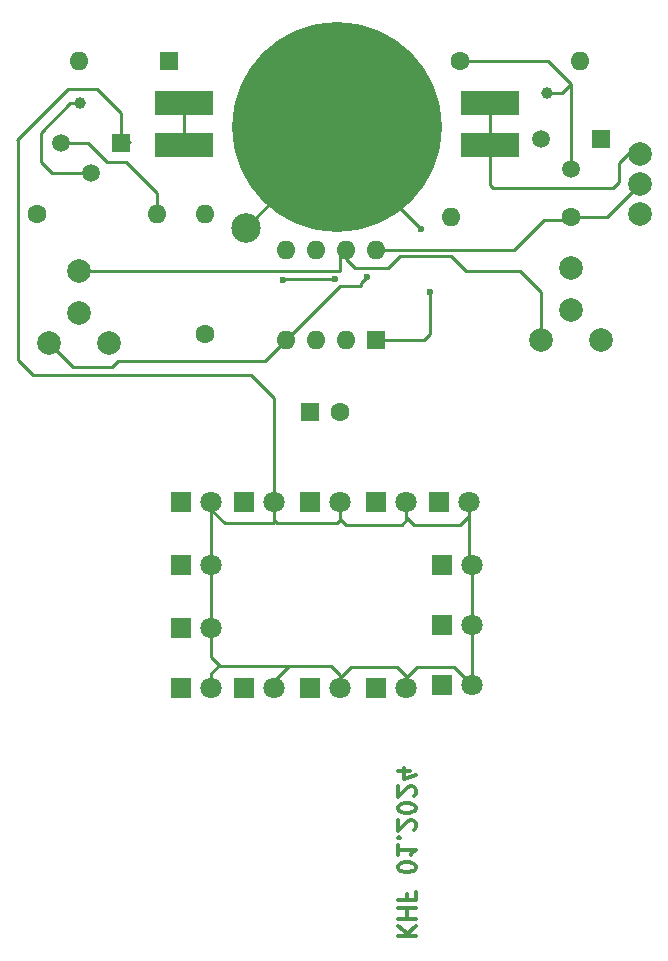
<source format=gbr>
%TF.GenerationSoftware,KiCad,Pcbnew,8.0.1*%
%TF.CreationDate,2024-04-02T10:45:20+02:00*%
%TF.ProjectId,Robo_II,526f626f-5f49-4492-9e6b-696361645f70,rev?*%
%TF.SameCoordinates,Original*%
%TF.FileFunction,Copper,L2,Bot*%
%TF.FilePolarity,Positive*%
%FSLAX46Y46*%
G04 Gerber Fmt 4.6, Leading zero omitted, Abs format (unit mm)*
G04 Created by KiCad (PCBNEW 8.0.1) date 2024-04-02 10:45:20*
%MOMM*%
%LPD*%
G01*
G04 APERTURE LIST*
%ADD10C,0.300000*%
%TA.AperFunction,NonConductor*%
%ADD11C,0.300000*%
%TD*%
%TA.AperFunction,ComponentPad*%
%ADD12R,1.800000X1.800000*%
%TD*%
%TA.AperFunction,ComponentPad*%
%ADD13C,1.800000*%
%TD*%
%TA.AperFunction,ComponentPad*%
%ADD14R,1.500000X1.500000*%
%TD*%
%TA.AperFunction,ComponentPad*%
%ADD15C,1.500000*%
%TD*%
%TA.AperFunction,ComponentPad*%
%ADD16R,1.600000X1.600000*%
%TD*%
%TA.AperFunction,ComponentPad*%
%ADD17C,1.600000*%
%TD*%
%TA.AperFunction,ComponentPad*%
%ADD18O,1.600000X1.600000*%
%TD*%
%TA.AperFunction,ComponentPad*%
%ADD19C,2.000000*%
%TD*%
%TA.AperFunction,SMDPad,CuDef*%
%ADD20R,5.000000X2.000000*%
%TD*%
%TA.AperFunction,SMDPad,CuDef*%
%ADD21C,17.780000*%
%TD*%
%TA.AperFunction,SMDPad,CuDef*%
%ADD22C,2.500000*%
%TD*%
%TA.AperFunction,SMDPad,CuDef*%
%ADD23C,1.000000*%
%TD*%
%TA.AperFunction,ViaPad*%
%ADD24C,0.600000*%
%TD*%
%TA.AperFunction,Conductor*%
%ADD25C,0.250000*%
%TD*%
G04 APERTURE END LIST*
D10*
D11*
X78039171Y-126395489D02*
X79539171Y-126395489D01*
X78039171Y-125538346D02*
X78896314Y-126181203D01*
X79539171Y-125538346D02*
X78682028Y-126395489D01*
X78039171Y-124895489D02*
X79539171Y-124895489D01*
X78824885Y-124895489D02*
X78824885Y-124038346D01*
X78039171Y-124038346D02*
X79539171Y-124038346D01*
X78824885Y-122824060D02*
X78824885Y-123324060D01*
X78039171Y-123324060D02*
X79539171Y-123324060D01*
X79539171Y-123324060D02*
X79539171Y-122609774D01*
X79539171Y-120609774D02*
X79539171Y-120466917D01*
X79539171Y-120466917D02*
X79467742Y-120324060D01*
X79467742Y-120324060D02*
X79396314Y-120252632D01*
X79396314Y-120252632D02*
X79253457Y-120181203D01*
X79253457Y-120181203D02*
X78967742Y-120109774D01*
X78967742Y-120109774D02*
X78610600Y-120109774D01*
X78610600Y-120109774D02*
X78324885Y-120181203D01*
X78324885Y-120181203D02*
X78182028Y-120252632D01*
X78182028Y-120252632D02*
X78110600Y-120324060D01*
X78110600Y-120324060D02*
X78039171Y-120466917D01*
X78039171Y-120466917D02*
X78039171Y-120609774D01*
X78039171Y-120609774D02*
X78110600Y-120752632D01*
X78110600Y-120752632D02*
X78182028Y-120824060D01*
X78182028Y-120824060D02*
X78324885Y-120895489D01*
X78324885Y-120895489D02*
X78610600Y-120966917D01*
X78610600Y-120966917D02*
X78967742Y-120966917D01*
X78967742Y-120966917D02*
X79253457Y-120895489D01*
X79253457Y-120895489D02*
X79396314Y-120824060D01*
X79396314Y-120824060D02*
X79467742Y-120752632D01*
X79467742Y-120752632D02*
X79539171Y-120609774D01*
X78039171Y-118681203D02*
X78039171Y-119538346D01*
X78039171Y-119109775D02*
X79539171Y-119109775D01*
X79539171Y-119109775D02*
X79324885Y-119252632D01*
X79324885Y-119252632D02*
X79182028Y-119395489D01*
X79182028Y-119395489D02*
X79110600Y-119538346D01*
X78182028Y-118038347D02*
X78110600Y-117966918D01*
X78110600Y-117966918D02*
X78039171Y-118038347D01*
X78039171Y-118038347D02*
X78110600Y-118109775D01*
X78110600Y-118109775D02*
X78182028Y-118038347D01*
X78182028Y-118038347D02*
X78039171Y-118038347D01*
X79396314Y-117395489D02*
X79467742Y-117324061D01*
X79467742Y-117324061D02*
X79539171Y-117181204D01*
X79539171Y-117181204D02*
X79539171Y-116824061D01*
X79539171Y-116824061D02*
X79467742Y-116681204D01*
X79467742Y-116681204D02*
X79396314Y-116609775D01*
X79396314Y-116609775D02*
X79253457Y-116538346D01*
X79253457Y-116538346D02*
X79110600Y-116538346D01*
X79110600Y-116538346D02*
X78896314Y-116609775D01*
X78896314Y-116609775D02*
X78039171Y-117466918D01*
X78039171Y-117466918D02*
X78039171Y-116538346D01*
X79539171Y-115609775D02*
X79539171Y-115466918D01*
X79539171Y-115466918D02*
X79467742Y-115324061D01*
X79467742Y-115324061D02*
X79396314Y-115252633D01*
X79396314Y-115252633D02*
X79253457Y-115181204D01*
X79253457Y-115181204D02*
X78967742Y-115109775D01*
X78967742Y-115109775D02*
X78610600Y-115109775D01*
X78610600Y-115109775D02*
X78324885Y-115181204D01*
X78324885Y-115181204D02*
X78182028Y-115252633D01*
X78182028Y-115252633D02*
X78110600Y-115324061D01*
X78110600Y-115324061D02*
X78039171Y-115466918D01*
X78039171Y-115466918D02*
X78039171Y-115609775D01*
X78039171Y-115609775D02*
X78110600Y-115752633D01*
X78110600Y-115752633D02*
X78182028Y-115824061D01*
X78182028Y-115824061D02*
X78324885Y-115895490D01*
X78324885Y-115895490D02*
X78610600Y-115966918D01*
X78610600Y-115966918D02*
X78967742Y-115966918D01*
X78967742Y-115966918D02*
X79253457Y-115895490D01*
X79253457Y-115895490D02*
X79396314Y-115824061D01*
X79396314Y-115824061D02*
X79467742Y-115752633D01*
X79467742Y-115752633D02*
X79539171Y-115609775D01*
X79396314Y-114538347D02*
X79467742Y-114466919D01*
X79467742Y-114466919D02*
X79539171Y-114324062D01*
X79539171Y-114324062D02*
X79539171Y-113966919D01*
X79539171Y-113966919D02*
X79467742Y-113824062D01*
X79467742Y-113824062D02*
X79396314Y-113752633D01*
X79396314Y-113752633D02*
X79253457Y-113681204D01*
X79253457Y-113681204D02*
X79110600Y-113681204D01*
X79110600Y-113681204D02*
X78896314Y-113752633D01*
X78896314Y-113752633D02*
X78039171Y-114609776D01*
X78039171Y-114609776D02*
X78039171Y-113681204D01*
X79039171Y-112395491D02*
X78039171Y-112395491D01*
X79610600Y-112752633D02*
X78539171Y-113109776D01*
X78539171Y-113109776D02*
X78539171Y-112181205D01*
D12*
%TO.P,D1,1,K*%
%TO.N,Net-(D1-K)*%
X59690000Y-89662000D03*
D13*
%TO.P,D1,2,A*%
%TO.N,Net-(D1-A)*%
X62230000Y-89662000D03*
%TD*%
D12*
%TO.P,D2,1,K*%
%TO.N,Net-(D1-K)*%
X65024000Y-89662000D03*
D13*
%TO.P,D2,2,A*%
%TO.N,Net-(D1-A)*%
X67564000Y-89662000D03*
%TD*%
D12*
%TO.P,D4,1,K*%
%TO.N,Net-(D1-K)*%
X70612000Y-89662000D03*
D13*
%TO.P,D4,2,A*%
%TO.N,Net-(D1-A)*%
X73152000Y-89662000D03*
%TD*%
D12*
%TO.P,D5,1,K*%
%TO.N,Net-(D1-K)*%
X76200000Y-89662000D03*
D13*
%TO.P,D5,2,A*%
%TO.N,Net-(D1-A)*%
X78740000Y-89662000D03*
%TD*%
D12*
%TO.P,D6,1,K*%
%TO.N,Net-(D1-K)*%
X81534000Y-89662000D03*
D13*
%TO.P,D6,2,A*%
%TO.N,Net-(D1-A)*%
X84074000Y-89662000D03*
%TD*%
D12*
%TO.P,D7,1,K*%
%TO.N,Net-(D1-K)*%
X81788000Y-94996000D03*
D13*
%TO.P,D7,2,A*%
%TO.N,Net-(D1-A)*%
X84328000Y-94996000D03*
%TD*%
D12*
%TO.P,D8,1,K*%
%TO.N,Net-(D1-K)*%
X81788000Y-100076000D03*
D13*
%TO.P,D8,2,A*%
%TO.N,Net-(D1-A)*%
X84328000Y-100076000D03*
%TD*%
D12*
%TO.P,D9,1,K*%
%TO.N,Net-(D1-K)*%
X81788000Y-105156000D03*
D13*
%TO.P,D9,2,A*%
%TO.N,Net-(D1-A)*%
X84328000Y-105156000D03*
%TD*%
D12*
%TO.P,D10,1,K*%
%TO.N,Net-(D1-K)*%
X76200000Y-105410000D03*
D13*
%TO.P,D10,2,A*%
%TO.N,Net-(D1-A)*%
X78740000Y-105410000D03*
%TD*%
D12*
%TO.P,D11,1,K*%
%TO.N,Net-(D1-K)*%
X70612000Y-105410000D03*
D13*
%TO.P,D11,2,A*%
%TO.N,Net-(D1-A)*%
X73152000Y-105410000D03*
%TD*%
D12*
%TO.P,D12,1,K*%
%TO.N,Net-(D1-K)*%
X65024000Y-105410000D03*
D13*
%TO.P,D12,2,A*%
%TO.N,Net-(D1-A)*%
X67564000Y-105410000D03*
%TD*%
D12*
%TO.P,D13,1,K*%
%TO.N,Net-(D1-K)*%
X59690000Y-105410000D03*
D13*
%TO.P,D13,2,A*%
%TO.N,Net-(D1-A)*%
X62230000Y-105410000D03*
%TD*%
D12*
%TO.P,D14,1,K*%
%TO.N,Net-(D1-K)*%
X59690000Y-100330000D03*
D13*
%TO.P,D14,2,A*%
%TO.N,Net-(D1-A)*%
X62230000Y-100330000D03*
%TD*%
D12*
%TO.P,D15,1,K*%
%TO.N,Net-(D1-K)*%
X59690000Y-94996000D03*
D13*
%TO.P,D15,2,A*%
%TO.N,Net-(D1-A)*%
X62230000Y-94996000D03*
%TD*%
D14*
%TO.P,T1,1,E*%
%TO.N,Net-(D1-K)*%
X95210000Y-58890000D03*
D15*
%TO.P,T1,2,B*%
%TO.N,Net-(T1-B)*%
X92670000Y-61430000D03*
%TO.P,T1,3,C*%
%TO.N,Net-(T1-C)*%
X90130000Y-58890000D03*
%TD*%
D14*
%TO.P,T2,1,E*%
%TO.N,Net-(D1-A)*%
X54610000Y-59250000D03*
D15*
%TO.P,T2,2,B*%
%TO.N,Net-(T1-C)*%
X52070000Y-61790000D03*
%TO.P,T2,3,C*%
%TO.N,Net-(T2-C)*%
X49530000Y-59250000D03*
%TD*%
D16*
%TO.P,C1,1*%
%TO.N,Net-(D3-K)*%
X70612000Y-82042000D03*
D17*
%TO.P,C1,2*%
%TO.N,Net-(D1-K)*%
X73112000Y-82042000D03*
%TD*%
D16*
%TO.P,D3,1,K*%
%TO.N,Net-(D3-K)*%
X58674000Y-52324000D03*
D18*
%TO.P,D3,2,A*%
%TO.N,Net-(D3-A)*%
X51054000Y-52324000D03*
%TD*%
D19*
%TO.P,P1,1,1*%
%TO.N,Net-(S1-E)*%
X48514000Y-76200000D03*
%TO.P,P1,2,2*%
%TO.N,unconnected-(P1-Pad2)*%
X53594000Y-76200000D03*
%TO.P,P1,3,3*%
%TO.N,Net-(D3-A)*%
X51054000Y-70104000D03*
X51054000Y-73660000D03*
%TD*%
%TO.P,P2,1,1*%
%TO.N,Net-(D3-A)*%
X90170000Y-75946000D03*
%TO.P,P2,2,2*%
%TO.N,unconnected-(P2-Pad2)*%
X95250000Y-75946000D03*
%TO.P,P2,3,3*%
%TO.N,Net-(D3-K)*%
X92710000Y-69850000D03*
X92710000Y-73406000D03*
%TD*%
D17*
%TO.P,R3,1*%
%TO.N,Net-(D3-K)*%
X61722000Y-75438000D03*
D18*
%TO.P,R3,2*%
%TO.N,Net-(T1-B)*%
X61722000Y-65278000D03*
%TD*%
D17*
%TO.P,R4,1*%
%TO.N,Net-(T1-B)*%
X83312000Y-52324000D03*
D18*
%TO.P,R4,2*%
%TO.N,Net-(D1-K)*%
X93472000Y-52324000D03*
%TD*%
D17*
%TO.P,R5,1*%
%TO.N,Net-(S1-E)*%
X92710000Y-65532000D03*
D18*
%TO.P,R5,2*%
%TO.N,Net-(T1-C)*%
X82550000Y-65532000D03*
%TD*%
D17*
%TO.P,R6,1*%
%TO.N,Net-(S1-E)*%
X47498000Y-65278000D03*
D18*
%TO.P,R6,2*%
%TO.N,Net-(T2-C)*%
X57658000Y-65278000D03*
%TD*%
D19*
%TO.P,S1,1,A*%
%TO.N,Net-(S1-A-Pad1)*%
X98552000Y-60198000D03*
%TO.P,S1,2,E*%
%TO.N,Net-(S1-E)*%
X98552000Y-62738000D03*
%TO.P,S1,3,A*%
%TO.N,unconnected-(S1-A-Pad3)*%
X98552000Y-65278000D03*
%TD*%
D16*
%TO.P,U1,1,GND*%
%TO.N,Net-(D1-K)*%
X76200000Y-75946000D03*
D18*
%TO.P,U1,2,TR*%
%TO.N,Net-(D3-K)*%
X73660000Y-75946000D03*
%TO.P,U1,3,Q*%
%TO.N,unconnected-(U1-Q-Pad3)*%
X71120000Y-75946000D03*
%TO.P,U1,4,R*%
%TO.N,Net-(S1-E)*%
X68580000Y-75946000D03*
%TO.P,U1,5,CV*%
%TO.N,unconnected-(U1-CV-Pad5)*%
X68580000Y-68326000D03*
%TO.P,U1,6,THR*%
%TO.N,Net-(D3-K)*%
X71120000Y-68326000D03*
%TO.P,U1,7,DIS*%
%TO.N,Net-(D3-A)*%
X73660000Y-68326000D03*
%TO.P,U1,8,VCC*%
%TO.N,Net-(S1-E)*%
X76200000Y-68326000D03*
%TD*%
D20*
%TO.P,U2,1*%
%TO.N,Net-(S1-A-Pad1)*%
X59944000Y-55880000D03*
X59944000Y-59436000D03*
X85838000Y-55880000D03*
X85838000Y-59436000D03*
D21*
%TO.P,U2,2*%
%TO.N,Net-(D1-K)*%
X72898000Y-57912000D03*
%TD*%
D22*
%TO.P,LP_rund,1*%
%TO.N,Net-(D1-K)*%
X65151000Y-66421000D03*
%TD*%
D23*
%TO.P,LP_rund,1*%
%TO.N,Net-(T1-C)*%
X51104800Y-55880000D03*
%TD*%
%TO.P,LP_rund,1*%
%TO.N,Net-(T1-B)*%
X90680000Y-54970000D03*
%TD*%
D24*
%TO.N,Net-(D1-K)*%
X80772000Y-71882000D03*
X80010000Y-66548000D03*
%TO.N,Net-(S1-E)*%
X75438000Y-70612000D03*
%TO.N,Net-(T1-C)*%
X72689999Y-70729000D03*
X68326000Y-70866000D03*
%TD*%
D25*
%TO.N,Net-(D1-K)*%
X65151000Y-66421000D02*
X72898000Y-58674000D01*
X72898000Y-57912000D02*
X72898000Y-59436000D01*
X80772000Y-71882000D02*
X80772000Y-75438000D01*
X80772000Y-75438000D02*
X80264000Y-75946000D01*
X72898000Y-58674000D02*
X72898000Y-57912000D01*
X72898000Y-59436000D02*
X80010000Y-66548000D01*
X80264000Y-75946000D02*
X76200000Y-75946000D01*
%TO.N,Net-(D1-A)*%
X73152000Y-104521000D02*
X73152000Y-105410000D01*
X74041000Y-103632000D02*
X73152000Y-104521000D01*
X73660000Y-91567000D02*
X73152000Y-91059000D01*
X54610000Y-59250000D02*
X54610000Y-56700000D01*
X62230000Y-105410000D02*
X62230000Y-104140000D01*
X78740000Y-90932000D02*
X78740000Y-91186000D01*
X63373000Y-91440000D02*
X67437000Y-91440000D01*
X62230000Y-102743000D02*
X62992000Y-103505000D01*
X77978000Y-103632000D02*
X74041000Y-103632000D01*
X67818000Y-91440000D02*
X67564000Y-91186000D01*
X65621861Y-78904139D02*
X67564000Y-80846278D01*
X78740000Y-105410000D02*
X78740000Y-104394000D01*
X67564000Y-91186000D02*
X67564000Y-89662000D01*
X67437000Y-91440000D02*
X67564000Y-91313000D01*
X84074000Y-90805000D02*
X83312000Y-91567000D01*
X73152000Y-89662000D02*
X73152000Y-91059000D01*
X62992000Y-103505000D02*
X69469000Y-103505000D01*
X62230000Y-89662000D02*
X62230000Y-94996000D01*
X62865000Y-103505000D02*
X62992000Y-103505000D01*
X84328000Y-100076000D02*
X84328000Y-105156000D01*
X84074000Y-94742000D02*
X84328000Y-94996000D01*
X54610000Y-56700000D02*
X52530000Y-54620000D01*
X68834000Y-103505000D02*
X67564000Y-104775000D01*
X45843431Y-58965393D02*
X45843431Y-77593431D01*
X83312000Y-91567000D02*
X79375000Y-91567000D01*
X78359000Y-91567000D02*
X73660000Y-91567000D01*
X45843431Y-77593431D02*
X47154139Y-78904139D01*
X52530000Y-54620000D02*
X50150000Y-54620000D01*
X67564000Y-80846278D02*
X67564000Y-89662000D01*
X50150000Y-54620000D02*
X45824019Y-58945981D01*
X73152000Y-104267000D02*
X72390000Y-103505000D01*
X82804000Y-103632000D02*
X79629000Y-103632000D01*
X84074000Y-89662000D02*
X84074000Y-90805000D01*
X84328000Y-105156000D02*
X82804000Y-103632000D01*
X72390000Y-103505000D02*
X69469000Y-103505000D01*
X78740000Y-91186000D02*
X78359000Y-91567000D01*
X73152000Y-104521000D02*
X73152000Y-104267000D01*
X67564000Y-104775000D02*
X67564000Y-105410000D01*
X72898000Y-91440000D02*
X67818000Y-91440000D01*
X78740000Y-104521000D02*
X78740000Y-105410000D01*
X62230000Y-94996000D02*
X62230000Y-100330000D01*
X84074000Y-89662000D02*
X84074000Y-94742000D01*
X67564000Y-91313000D02*
X67564000Y-91186000D01*
X45824019Y-58945981D02*
X45843431Y-58965393D01*
X69469000Y-103505000D02*
X68834000Y-103505000D01*
X79629000Y-103632000D02*
X78740000Y-104521000D01*
X62230000Y-104140000D02*
X62865000Y-103505000D01*
X79375000Y-91567000D02*
X78740000Y-90932000D01*
X62230000Y-100330000D02*
X62230000Y-102743000D01*
X62230000Y-90297000D02*
X63373000Y-91440000D01*
X84328000Y-94996000D02*
X84328000Y-100076000D01*
X73152000Y-91186000D02*
X72898000Y-91440000D01*
X47154139Y-78904139D02*
X65621861Y-78904139D01*
X78740000Y-104394000D02*
X77978000Y-103632000D01*
X54864000Y-59182000D02*
X55372000Y-59182000D01*
X73152000Y-91059000D02*
X73152000Y-91186000D01*
X78740000Y-89662000D02*
X78740000Y-90932000D01*
X62230000Y-89662000D02*
X62230000Y-90297000D01*
%TO.N,Net-(D3-A)*%
X77216000Y-69850000D02*
X74422000Y-69850000D01*
X90170000Y-71882000D02*
X88392000Y-70104000D01*
X73152000Y-68834000D02*
X73660000Y-68326000D01*
X90170000Y-75946000D02*
X90170000Y-71882000D01*
X82550000Y-68834000D02*
X78232000Y-68834000D01*
X74422000Y-69850000D02*
X73660000Y-69088000D01*
X83820000Y-70104000D02*
X82550000Y-68834000D01*
X51054000Y-70104000D02*
X73152000Y-70104000D01*
X78232000Y-68834000D02*
X77216000Y-69850000D01*
X88392000Y-70104000D02*
X83820000Y-70104000D01*
X73152000Y-70104000D02*
X73152000Y-68834000D01*
X73660000Y-69088000D02*
X73660000Y-68326000D01*
%TO.N,Net-(S1-E)*%
X76200000Y-68326000D02*
X87884000Y-68326000D01*
X74930000Y-71374000D02*
X73152000Y-71374000D01*
X95758000Y-65532000D02*
X92710000Y-65532000D01*
X75438000Y-70612000D02*
X74930000Y-71120000D01*
X74930000Y-71120000D02*
X74930000Y-71374000D01*
X87884000Y-68326000D02*
X90424000Y-65786000D01*
X92456000Y-65786000D02*
X92710000Y-65532000D01*
X53848000Y-78232000D02*
X50546000Y-78232000D01*
X98552000Y-62738000D02*
X95758000Y-65532000D01*
X54356000Y-77724000D02*
X53848000Y-78232000D01*
X90424000Y-65786000D02*
X92456000Y-65786000D01*
X68580000Y-75946000D02*
X66802000Y-77724000D01*
X50546000Y-78232000D02*
X48514000Y-76200000D01*
X68580000Y-75946000D02*
X73152000Y-71374000D01*
X66802000Y-77724000D02*
X54356000Y-77724000D01*
%TO.N,Net-(S1-A-Pad1)*%
X96774000Y-60909200D02*
X97485200Y-60198000D01*
X86106000Y-63042800D02*
X96266000Y-63042800D01*
X85838000Y-62774800D02*
X86106000Y-63042800D01*
X85838000Y-59436000D02*
X85838000Y-62774800D01*
X96266000Y-63042800D02*
X96774000Y-62534800D01*
X96774000Y-62534800D02*
X96774000Y-60909200D01*
X85838000Y-55880000D02*
X85838000Y-59436000D01*
X97485200Y-60198000D02*
X98552000Y-60198000D01*
X59944000Y-59436000D02*
X59944000Y-55880000D01*
%TO.N,Net-(T1-B)*%
X92670000Y-54265200D02*
X90728800Y-52324000D01*
X90680000Y-54970000D02*
X91965200Y-54970000D01*
X91965200Y-54970000D02*
X92670000Y-54265200D01*
X83312000Y-52324000D02*
X90728800Y-52324000D01*
X92670000Y-61430000D02*
X92670000Y-54265200D01*
%TO.N,Net-(T1-C)*%
X68463000Y-70729000D02*
X68326000Y-70866000D01*
X72689999Y-70729000D02*
X68463000Y-70729000D01*
X48740000Y-61790000D02*
X52070000Y-61790000D01*
X50320000Y-55880000D02*
X47810000Y-58390000D01*
X47810000Y-60860000D02*
X48740000Y-61790000D01*
X51104800Y-55880000D02*
X50320000Y-55880000D01*
X47810000Y-58390000D02*
X47810000Y-60860000D01*
%TO.N,Net-(T2-C)*%
X53380000Y-60820000D02*
X51810000Y-59250000D01*
X54980000Y-60820000D02*
X53380000Y-60820000D01*
X57658000Y-65278000D02*
X57658000Y-63498000D01*
X57658000Y-63498000D02*
X54980000Y-60820000D01*
X51810000Y-59250000D02*
X49530000Y-59250000D01*
%TD*%
M02*

</source>
